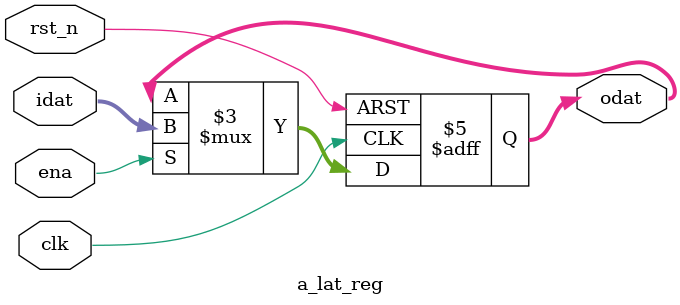
<source format=v>

module a_lat_reg
    (
     clk,
     rst_n,
     ena,
     idat,
     odat
     );

////////////////////////////////////////////////////////////////////////////////
// Parameter declarations
parameter           SIZE = 8;
parameter           RST_VAL = {SIZE{1'b0}};

////////////////////////////////////////////////////////////////////////////////
// Port declarations
input               clk;
input               rst_n;
input               ena;
input [SIZE-1:0]    idat;
output [SIZE-1:0]   odat;

////////////////////////////////////////////////////////////////////////////////
// Local logic and instantiation
reg [SIZE-1:0]      odat;
always @(posedge clk or negedge rst_n)
    begin
    if(!rst_n)      odat <= RST_VAL;
    else if (ena)   odat <= idat;
    end

endmodule 

</source>
